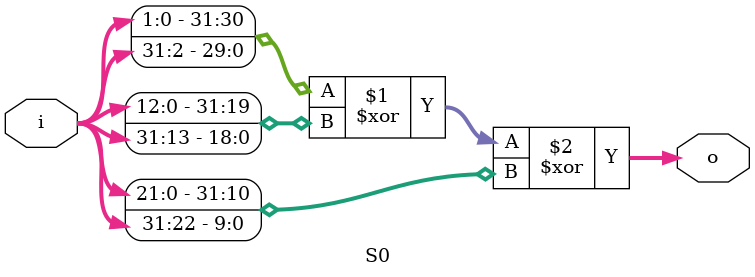
<source format=sv>


module S0(
	 input wire [31:0] i,
	 output wire [31:0] o
	 );
   assign o = {i[1:0],i[31:2]}^{i[12:0],i[31:13]}^{i[21:0],i[31:22]};

endmodule // m

</source>
